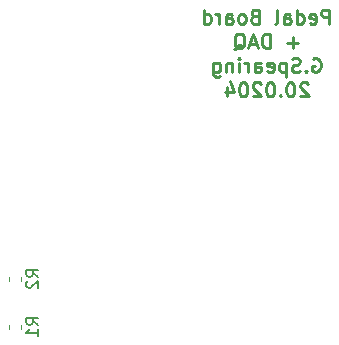
<source format=gbr>
G04 #@! TF.GenerationSoftware,KiCad,Pcbnew,5.1.6-c6e7f7d~87~ubuntu18.04.1*
G04 #@! TF.CreationDate,2020-11-30T10:13:03-05:00*
G04 #@! TF.ProjectId,pedal-board-2020,70656461-6c2d-4626-9f61-72642d323032,rev?*
G04 #@! TF.SameCoordinates,Original*
G04 #@! TF.FileFunction,Legend,Bot*
G04 #@! TF.FilePolarity,Positive*
%FSLAX46Y46*%
G04 Gerber Fmt 4.6, Leading zero omitted, Abs format (unit mm)*
G04 Created by KiCad (PCBNEW 5.1.6-c6e7f7d~87~ubuntu18.04.1) date 2020-11-30 10:13:03*
%MOMM*%
%LPD*%
G01*
G04 APERTURE LIST*
%ADD10C,0.250000*%
%ADD11C,0.120000*%
%ADD12C,0.150000*%
G04 APERTURE END LIST*
D10*
X110441714Y-54363857D02*
X110441714Y-53163857D01*
X109984571Y-53163857D01*
X109870285Y-53221000D01*
X109813142Y-53278142D01*
X109756000Y-53392428D01*
X109756000Y-53563857D01*
X109813142Y-53678142D01*
X109870285Y-53735285D01*
X109984571Y-53792428D01*
X110441714Y-53792428D01*
X108784571Y-54306714D02*
X108898857Y-54363857D01*
X109127428Y-54363857D01*
X109241714Y-54306714D01*
X109298857Y-54192428D01*
X109298857Y-53735285D01*
X109241714Y-53621000D01*
X109127428Y-53563857D01*
X108898857Y-53563857D01*
X108784571Y-53621000D01*
X108727428Y-53735285D01*
X108727428Y-53849571D01*
X109298857Y-53963857D01*
X107698857Y-54363857D02*
X107698857Y-53163857D01*
X107698857Y-54306714D02*
X107813142Y-54363857D01*
X108041714Y-54363857D01*
X108156000Y-54306714D01*
X108213142Y-54249571D01*
X108270285Y-54135285D01*
X108270285Y-53792428D01*
X108213142Y-53678142D01*
X108156000Y-53621000D01*
X108041714Y-53563857D01*
X107813142Y-53563857D01*
X107698857Y-53621000D01*
X106613142Y-54363857D02*
X106613142Y-53735285D01*
X106670285Y-53621000D01*
X106784571Y-53563857D01*
X107013142Y-53563857D01*
X107127428Y-53621000D01*
X106613142Y-54306714D02*
X106727428Y-54363857D01*
X107013142Y-54363857D01*
X107127428Y-54306714D01*
X107184571Y-54192428D01*
X107184571Y-54078142D01*
X107127428Y-53963857D01*
X107013142Y-53906714D01*
X106727428Y-53906714D01*
X106613142Y-53849571D01*
X105870285Y-54363857D02*
X105984571Y-54306714D01*
X106041714Y-54192428D01*
X106041714Y-53163857D01*
X104098857Y-53735285D02*
X103927428Y-53792428D01*
X103870285Y-53849571D01*
X103813142Y-53963857D01*
X103813142Y-54135285D01*
X103870285Y-54249571D01*
X103927428Y-54306714D01*
X104041714Y-54363857D01*
X104498857Y-54363857D01*
X104498857Y-53163857D01*
X104098857Y-53163857D01*
X103984571Y-53221000D01*
X103927428Y-53278142D01*
X103870285Y-53392428D01*
X103870285Y-53506714D01*
X103927428Y-53621000D01*
X103984571Y-53678142D01*
X104098857Y-53735285D01*
X104498857Y-53735285D01*
X103127428Y-54363857D02*
X103241714Y-54306714D01*
X103298857Y-54249571D01*
X103356000Y-54135285D01*
X103356000Y-53792428D01*
X103298857Y-53678142D01*
X103241714Y-53621000D01*
X103127428Y-53563857D01*
X102956000Y-53563857D01*
X102841714Y-53621000D01*
X102784571Y-53678142D01*
X102727428Y-53792428D01*
X102727428Y-54135285D01*
X102784571Y-54249571D01*
X102841714Y-54306714D01*
X102956000Y-54363857D01*
X103127428Y-54363857D01*
X101698857Y-54363857D02*
X101698857Y-53735285D01*
X101756000Y-53621000D01*
X101870285Y-53563857D01*
X102098857Y-53563857D01*
X102213142Y-53621000D01*
X101698857Y-54306714D02*
X101813142Y-54363857D01*
X102098857Y-54363857D01*
X102213142Y-54306714D01*
X102270285Y-54192428D01*
X102270285Y-54078142D01*
X102213142Y-53963857D01*
X102098857Y-53906714D01*
X101813142Y-53906714D01*
X101698857Y-53849571D01*
X101127428Y-54363857D02*
X101127428Y-53563857D01*
X101127428Y-53792428D02*
X101070285Y-53678142D01*
X101013142Y-53621000D01*
X100898857Y-53563857D01*
X100784571Y-53563857D01*
X99870285Y-54363857D02*
X99870285Y-53163857D01*
X99870285Y-54306714D02*
X99984571Y-54363857D01*
X100213142Y-54363857D01*
X100327428Y-54306714D01*
X100384571Y-54249571D01*
X100441714Y-54135285D01*
X100441714Y-53792428D01*
X100384571Y-53678142D01*
X100327428Y-53621000D01*
X100213142Y-53563857D01*
X99984571Y-53563857D01*
X99870285Y-53621000D01*
X107813142Y-55956714D02*
X106898857Y-55956714D01*
X107356000Y-56413857D02*
X107356000Y-55499571D01*
X105413142Y-56413857D02*
X105413142Y-55213857D01*
X105127428Y-55213857D01*
X104956000Y-55271000D01*
X104841714Y-55385285D01*
X104784571Y-55499571D01*
X104727428Y-55728142D01*
X104727428Y-55899571D01*
X104784571Y-56128142D01*
X104841714Y-56242428D01*
X104956000Y-56356714D01*
X105127428Y-56413857D01*
X105413142Y-56413857D01*
X104270285Y-56071000D02*
X103698857Y-56071000D01*
X104384571Y-56413857D02*
X103984571Y-55213857D01*
X103584571Y-56413857D01*
X102384571Y-56528142D02*
X102498857Y-56471000D01*
X102613142Y-56356714D01*
X102784571Y-56185285D01*
X102898857Y-56128142D01*
X103013142Y-56128142D01*
X102956000Y-56413857D02*
X103070285Y-56356714D01*
X103184571Y-56242428D01*
X103241714Y-56013857D01*
X103241714Y-55613857D01*
X103184571Y-55385285D01*
X103070285Y-55271000D01*
X102956000Y-55213857D01*
X102727428Y-55213857D01*
X102613142Y-55271000D01*
X102498857Y-55385285D01*
X102441714Y-55613857D01*
X102441714Y-56013857D01*
X102498857Y-56242428D01*
X102613142Y-56356714D01*
X102727428Y-56413857D01*
X102956000Y-56413857D01*
X109041714Y-57321000D02*
X109156000Y-57263857D01*
X109327428Y-57263857D01*
X109498857Y-57321000D01*
X109613142Y-57435285D01*
X109670285Y-57549571D01*
X109727428Y-57778142D01*
X109727428Y-57949571D01*
X109670285Y-58178142D01*
X109613142Y-58292428D01*
X109498857Y-58406714D01*
X109327428Y-58463857D01*
X109213142Y-58463857D01*
X109041714Y-58406714D01*
X108984571Y-58349571D01*
X108984571Y-57949571D01*
X109213142Y-57949571D01*
X108470285Y-58349571D02*
X108413142Y-58406714D01*
X108470285Y-58463857D01*
X108527428Y-58406714D01*
X108470285Y-58349571D01*
X108470285Y-58463857D01*
X107956000Y-58406714D02*
X107784571Y-58463857D01*
X107498857Y-58463857D01*
X107384571Y-58406714D01*
X107327428Y-58349571D01*
X107270285Y-58235285D01*
X107270285Y-58121000D01*
X107327428Y-58006714D01*
X107384571Y-57949571D01*
X107498857Y-57892428D01*
X107727428Y-57835285D01*
X107841714Y-57778142D01*
X107898857Y-57721000D01*
X107956000Y-57606714D01*
X107956000Y-57492428D01*
X107898857Y-57378142D01*
X107841714Y-57321000D01*
X107727428Y-57263857D01*
X107441714Y-57263857D01*
X107270285Y-57321000D01*
X106756000Y-57663857D02*
X106756000Y-58863857D01*
X106756000Y-57721000D02*
X106641714Y-57663857D01*
X106413142Y-57663857D01*
X106298857Y-57721000D01*
X106241714Y-57778142D01*
X106184571Y-57892428D01*
X106184571Y-58235285D01*
X106241714Y-58349571D01*
X106298857Y-58406714D01*
X106413142Y-58463857D01*
X106641714Y-58463857D01*
X106756000Y-58406714D01*
X105213142Y-58406714D02*
X105327428Y-58463857D01*
X105556000Y-58463857D01*
X105670285Y-58406714D01*
X105727428Y-58292428D01*
X105727428Y-57835285D01*
X105670285Y-57721000D01*
X105556000Y-57663857D01*
X105327428Y-57663857D01*
X105213142Y-57721000D01*
X105156000Y-57835285D01*
X105156000Y-57949571D01*
X105727428Y-58063857D01*
X104127428Y-58463857D02*
X104127428Y-57835285D01*
X104184571Y-57721000D01*
X104298857Y-57663857D01*
X104527428Y-57663857D01*
X104641714Y-57721000D01*
X104127428Y-58406714D02*
X104241714Y-58463857D01*
X104527428Y-58463857D01*
X104641714Y-58406714D01*
X104698857Y-58292428D01*
X104698857Y-58178142D01*
X104641714Y-58063857D01*
X104527428Y-58006714D01*
X104241714Y-58006714D01*
X104127428Y-57949571D01*
X103556000Y-58463857D02*
X103556000Y-57663857D01*
X103556000Y-57892428D02*
X103498857Y-57778142D01*
X103441714Y-57721000D01*
X103327428Y-57663857D01*
X103213142Y-57663857D01*
X102813142Y-58463857D02*
X102813142Y-57663857D01*
X102813142Y-57263857D02*
X102870285Y-57321000D01*
X102813142Y-57378142D01*
X102756000Y-57321000D01*
X102813142Y-57263857D01*
X102813142Y-57378142D01*
X102241714Y-57663857D02*
X102241714Y-58463857D01*
X102241714Y-57778142D02*
X102184571Y-57721000D01*
X102070285Y-57663857D01*
X101898857Y-57663857D01*
X101784571Y-57721000D01*
X101727428Y-57835285D01*
X101727428Y-58463857D01*
X100641714Y-57663857D02*
X100641714Y-58635285D01*
X100698857Y-58749571D01*
X100756000Y-58806714D01*
X100870285Y-58863857D01*
X101041714Y-58863857D01*
X101156000Y-58806714D01*
X100641714Y-58406714D02*
X100756000Y-58463857D01*
X100984571Y-58463857D01*
X101098857Y-58406714D01*
X101156000Y-58349571D01*
X101213142Y-58235285D01*
X101213142Y-57892428D01*
X101156000Y-57778142D01*
X101098857Y-57721000D01*
X100984571Y-57663857D01*
X100756000Y-57663857D01*
X100641714Y-57721000D01*
X108641714Y-59428142D02*
X108584571Y-59371000D01*
X108470285Y-59313857D01*
X108184571Y-59313857D01*
X108070285Y-59371000D01*
X108013142Y-59428142D01*
X107956000Y-59542428D01*
X107956000Y-59656714D01*
X108013142Y-59828142D01*
X108698857Y-60513857D01*
X107956000Y-60513857D01*
X107213142Y-59313857D02*
X107098857Y-59313857D01*
X106984571Y-59371000D01*
X106927428Y-59428142D01*
X106870285Y-59542428D01*
X106813142Y-59771000D01*
X106813142Y-60056714D01*
X106870285Y-60285285D01*
X106927428Y-60399571D01*
X106984571Y-60456714D01*
X107098857Y-60513857D01*
X107213142Y-60513857D01*
X107327428Y-60456714D01*
X107384571Y-60399571D01*
X107441714Y-60285285D01*
X107498857Y-60056714D01*
X107498857Y-59771000D01*
X107441714Y-59542428D01*
X107384571Y-59428142D01*
X107327428Y-59371000D01*
X107213142Y-59313857D01*
X106298857Y-60399571D02*
X106241714Y-60456714D01*
X106298857Y-60513857D01*
X106356000Y-60456714D01*
X106298857Y-60399571D01*
X106298857Y-60513857D01*
X105498857Y-59313857D02*
X105384571Y-59313857D01*
X105270285Y-59371000D01*
X105213142Y-59428142D01*
X105156000Y-59542428D01*
X105098857Y-59771000D01*
X105098857Y-60056714D01*
X105156000Y-60285285D01*
X105213142Y-60399571D01*
X105270285Y-60456714D01*
X105384571Y-60513857D01*
X105498857Y-60513857D01*
X105613142Y-60456714D01*
X105670285Y-60399571D01*
X105727428Y-60285285D01*
X105784571Y-60056714D01*
X105784571Y-59771000D01*
X105727428Y-59542428D01*
X105670285Y-59428142D01*
X105613142Y-59371000D01*
X105498857Y-59313857D01*
X104641714Y-59428142D02*
X104584571Y-59371000D01*
X104470285Y-59313857D01*
X104184571Y-59313857D01*
X104070285Y-59371000D01*
X104013142Y-59428142D01*
X103956000Y-59542428D01*
X103956000Y-59656714D01*
X104013142Y-59828142D01*
X104698857Y-60513857D01*
X103956000Y-60513857D01*
X103213142Y-59313857D02*
X103098857Y-59313857D01*
X102984571Y-59371000D01*
X102927428Y-59428142D01*
X102870285Y-59542428D01*
X102813142Y-59771000D01*
X102813142Y-60056714D01*
X102870285Y-60285285D01*
X102927428Y-60399571D01*
X102984571Y-60456714D01*
X103098857Y-60513857D01*
X103213142Y-60513857D01*
X103327428Y-60456714D01*
X103384571Y-60399571D01*
X103441714Y-60285285D01*
X103498857Y-60056714D01*
X103498857Y-59771000D01*
X103441714Y-59542428D01*
X103384571Y-59428142D01*
X103327428Y-59371000D01*
X103213142Y-59313857D01*
X101784571Y-59713857D02*
X101784571Y-60513857D01*
X102070285Y-59256714D02*
X102356000Y-60113857D01*
X101613142Y-60113857D01*
D11*
X84330000Y-76117267D02*
X84330000Y-75774733D01*
X83310000Y-76117267D02*
X83310000Y-75774733D01*
X83310000Y-79838733D02*
X83310000Y-80181267D01*
X84330000Y-79838733D02*
X84330000Y-80181267D01*
D12*
X85796380Y-75779333D02*
X85320190Y-75446000D01*
X85796380Y-75207904D02*
X84796380Y-75207904D01*
X84796380Y-75588857D01*
X84844000Y-75684095D01*
X84891619Y-75731714D01*
X84986857Y-75779333D01*
X85129714Y-75779333D01*
X85224952Y-75731714D01*
X85272571Y-75684095D01*
X85320190Y-75588857D01*
X85320190Y-75207904D01*
X84891619Y-76160285D02*
X84844000Y-76207904D01*
X84796380Y-76303142D01*
X84796380Y-76541238D01*
X84844000Y-76636476D01*
X84891619Y-76684095D01*
X84986857Y-76731714D01*
X85082095Y-76731714D01*
X85224952Y-76684095D01*
X85796380Y-76112666D01*
X85796380Y-76731714D01*
X85796380Y-79843333D02*
X85320190Y-79510000D01*
X85796380Y-79271904D02*
X84796380Y-79271904D01*
X84796380Y-79652857D01*
X84844000Y-79748095D01*
X84891619Y-79795714D01*
X84986857Y-79843333D01*
X85129714Y-79843333D01*
X85224952Y-79795714D01*
X85272571Y-79748095D01*
X85320190Y-79652857D01*
X85320190Y-79271904D01*
X85796380Y-80795714D02*
X85796380Y-80224285D01*
X85796380Y-80510000D02*
X84796380Y-80510000D01*
X84939238Y-80414761D01*
X85034476Y-80319523D01*
X85082095Y-80224285D01*
M02*

</source>
